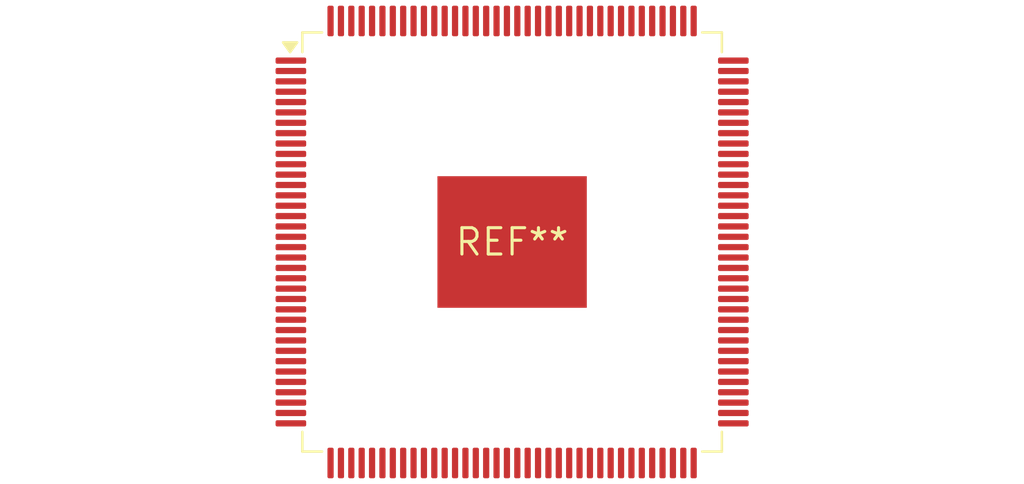
<source format=kicad_pcb>
(kicad_pcb (version 20240108) (generator pcbnew)
  (layers (0 "F.Cu" signal) (31 "B.Cu" signal) (34 "B.Paste" user) (35 "F.Paste" user) (36 "B.SilkS" user "B.Silkscreen") (37 "F.SilkS" user "F.Silkscreen") (38 "B.Mask" user) (39 "F.Mask" user) (44 "Edge.Cuts" user))
  (net 0 "")
  (footprint "EQFP-144-1EP_20x20mm_P0.5mm_EP7.2x6.35mm" (layer "F.Cu") (at 0 0)
    (property "Reference" "REF**")
    (property "Value" "EQFP-144-1EP_20x20mm_P0.5mm_EP7.2x6.35mm")
    (fp_line (start -10.11 -10.11) (end -10.11 -9.16) (layer "F.SilkS") (stroke (width 0.12)))
    (fp_line (start -10.11 10.11) (end -10.11 9.16) (layer "F.SilkS") (stroke (width 0.12)))
    (fp_line (start -9.16 -10.11) (end -10.11 -10.11) (layer "F.SilkS") (stroke (width 0.12)))
    (fp_line (start -9.16 10.11) (end -10.11 10.11) (layer "F.SilkS") (stroke (width 0.12)))
    (fp_line (start 9.16 -10.11) (end 10.11 -10.11) (layer "F.SilkS") (stroke (width 0.12)))
    (fp_line (start 9.16 10.11) (end 10.11 10.11) (layer "F.SilkS") (stroke (width 0.12)))
    (fp_line (start 10.11 -10.11) (end 10.11 -9.16) (layer "F.SilkS") (stroke (width 0.12)))
    (fp_line (start 10.11 10.11) (end 10.11 9.16) (layer "F.SilkS") (stroke (width 0.12)))
    (fp_poly (pts (xy -10.7 -9.16) (xy -11.04 -9.63) (xy -10.36 -9.63) (xy -10.7 -9.16)) (layer "F.SilkS") (stroke (width 0.12)) (fill solid))
    (pad "1" smd roundrect (at -10.6625 -8.75) (size 1.475 0.3) (layers "F.Cu" "F.Paste" "F.Mask"))
    (pad "2" smd roundrect (at -10.6625 -8.25) (size 1.475 0.3) (layers "F.Cu" "F.Paste" "F.Mask"))
    (pad "3" smd roundrect (at -10.6625 -7.75) (size 1.475 0.3) (layers "F.Cu" "F.Paste" "F.Mask"))
    (pad "4" smd roundrect (at -10.6625 -7.25) (size 1.475 0.3) (layers "F.Cu" "F.Paste" "F.Mask"))
    (pad "5" smd roundrect (at -10.6625 -6.75) (size 1.475 0.3) (layers "F.Cu" "F.Paste" "F.Mask"))
    (pad "6" smd roundrect (at -10.6625 -6.25) (size 1.475 0.3) (layers "F.Cu" "F.Paste" "F.Mask"))
    (pad "7" smd roundrect (at -10.6625 -5.75) (size 1.475 0.3) (layers "F.Cu" "F.Paste" "F.Mask"))
    (pad "8" smd roundrect (at -10.6625 -5.25) (size 1.475 0.3) (layers "F.Cu" "F.Paste" "F.Mask"))
    (pad "9" smd roundrect (at -10.6625 -4.75) (size 1.475 0.3) (layers "F.Cu" "F.Paste" "F.Mask"))
    (pad "10" smd roundrect (at -10.6625 -4.25) (size 1.475 0.3) (layers "F.Cu" "F.Paste" "F.Mask"))
    (pad "11" smd roundrect (at -10.6625 -3.75) (size 1.475 0.3) (layers "F.Cu" "F.Paste" "F.Mask"))
    (pad "12" smd roundrect (at -10.6625 -3.25) (size 1.475 0.3) (layers "F.Cu" "F.Paste" "F.Mask"))
    (pad "13" smd roundrect (at -10.6625 -2.75) (size 1.475 0.3) (layers "F.Cu" "F.Paste" "F.Mask"))
    (pad "14" smd roundrect (at -10.6625 -2.25) (size 1.475 0.3) (layers "F.Cu" "F.Paste" "F.Mask"))
    (pad "15" smd roundrect (at -10.6625 -1.75) (size 1.475 0.3) (layers "F.Cu" "F.Paste" "F.Mask"))
    (pad "16" smd roundrect (at -10.6625 -1.25) (size 1.475 0.3) (layers "F.Cu" "F.Paste" "F.Mask"))
    (pad "17" smd roundrect (at -10.6625 -0.75) (size 1.475 0.3) (layers "F.Cu" "F.Paste" "F.Mask"))
    (pad "18" smd roundrect (at -10.6625 -0.25) (size 1.475 0.3) (layers "F.Cu" "F.Paste" "F.Mask"))
    (pad "19" smd roundrect (at -10.6625 0.25) (size 1.475 0.3) (layers "F.Cu" "F.Paste" "F.Mask"))
    (pad "20" smd roundrect (at -10.6625 0.75) (size 1.475 0.3) (layers "F.Cu" "F.Paste" "F.Mask"))
    (pad "21" smd roundrect (at -10.6625 1.25) (size 1.475 0.3) (layers "F.Cu" "F.Paste" "F.Mask"))
    (pad "22" smd roundrect (at -10.6625 1.75) (size 1.475 0.3) (layers "F.Cu" "F.Paste" "F.Mask"))
    (pad "23" smd roundrect (at -10.6625 2.25) (size 1.475 0.3) (layers "F.Cu" "F.Paste" "F.Mask"))
    (pad "24" smd roundrect (at -10.6625 2.75) (size 1.475 0.3) (layers "F.Cu" "F.Paste" "F.Mask"))
    (pad "25" smd roundrect (at -10.6625 3.25) (size 1.475 0.3) (layers "F.Cu" "F.Paste" "F.Mask"))
    (pad "26" smd roundrect (at -10.6625 3.75) (size 1.475 0.3) (layers "F.Cu" "F.Paste" "F.Mask"))
    (pad "27" smd roundrect (at -10.6625 4.25) (size 1.475 0.3) (layers "F.Cu" "F.Paste" "F.Mask"))
    (pad "28" smd roundrect (at -10.6625 4.75) (size 1.475 0.3) (layers "F.Cu" "F.Paste" "F.Mask"))
    (pad "29" smd roundrect (at -10.6625 5.25) (size 1.475 0.3) (layers "F.Cu" "F.Paste" "F.Mask"))
    (pad "30" smd roundrect (at -10.6625 5.75) (size 1.475 0.3) (layers "F.Cu" "F.Paste" "F.Mask"))
    (pad "31" smd roundrect (at -10.6625 6.25) (size 1.475 0.3) (layers "F.Cu" "F.Paste" "F.Mask"))
    (pad "32" smd roundrect (at -10.6625 6.75) (size 1.475 0.3) (layers "F.Cu" "F.Paste" "F.Mask"))
    (pad "33" smd roundrect (at -10.6625 7.25) (size 1.475 0.3) (layers "F.Cu" "F.Paste" "F.Mask"))
    (pad "34" smd roundrect (at -10.6625 7.75) (size 1.475 0.3) (layers "F.Cu" "F.Paste" "F.Mask"))
    (pad "35" smd roundrect (at -10.6625 8.25) (size 1.475 0.3) (layers "F.Cu" "F.Paste" "F.Mask"))
    (pad "36" smd roundrect (at -10.6625 8.75) (size 1.475 0.3) (layers "F.Cu" "F.Paste" "F.Mask"))
    (pad "37" smd roundrect (at -8.75 10.6625) (size 0.3 1.475) (layers "F.Cu" "F.Paste" "F.Mask"))
    (pad "38" smd roundrect (at -8.25 10.6625) (size 0.3 1.475) (layers "F.Cu" "F.Paste" "F.Mask"))
    (pad "39" smd roundrect (at -7.75 10.6625) (size 0.3 1.475) (layers "F.Cu" "F.Paste" "F.Mask"))
    (pad "40" smd roundrect (at -7.25 10.6625) (size 0.3 1.475) (layers "F.Cu" "F.Paste" "F.Mask"))
    (pad "41" smd roundrect (at -6.75 10.6625) (size 0.3 1.475) (layers "F.Cu" "F.Paste" "F.Mask"))
    (pad "42" smd roundrect (at -6.25 10.6625) (size 0.3 1.475) (layers "F.Cu" "F.Paste" "F.Mask"))
    (pad "43" smd roundrect (at -5.75 10.6625) (size 0.3 1.475) (layers "F.Cu" "F.Paste" "F.Mask"))
    (pad "44" smd roundrect (at -5.25 10.6625) (size 0.3 1.475) (layers "F.Cu" "F.Paste" "F.Mask"))
    (pad "45" smd roundrect (at -4.75 10.6625) (size 0.3 1.475) (layers "F.Cu" "F.Paste" "F.Mask"))
    (pad "46" smd roundrect (at -4.25 10.6625) (size 0.3 1.475) (layers "F.Cu" "F.Paste" "F.Mask"))
    (pad "47" smd roundrect (at -3.75 10.6625) (size 0.3 1.475) (layers "F.Cu" "F.Paste" "F.Mask"))
    (pad "48" smd roundrect (at -3.25 10.6625) (size 0.3 1.475) (layers "F.Cu" "F.Paste" "F.Mask"))
    (pad "49" smd roundrect (at -2.75 10.6625) (size 0.3 1.475) (layers "F.Cu" "F.Paste" "F.Mask"))
    (pad "50" smd roundrect (at -2.25 10.6625) (size 0.3 1.475) (layers "F.Cu" "F.Paste" "F.Mask"))
    (pad "51" smd roundrect (at -1.75 10.6625) (size 0.3 1.475) (layers "F.Cu" "F.Paste" "F.Mask"))
    (pad "52" smd roundrect (at -1.25 10.6625) (size 0.3 1.475) (layers "F.Cu" "F.Paste" "F.Mask"))
    (pad "53" smd roundrect (at -0.75 10.6625) (size 0.3 1.475) (layers "F.Cu" "F.Paste" "F.Mask"))
    (pad "54" smd roundrect (at -0.25 10.6625) (size 0.3 1.475) (layers "F.Cu" "F.Paste" "F.Mask"))
    (pad "55" smd roundrect (at 0.25 10.6625) (size 0.3 1.475) (layers "F.Cu" "F.Paste" "F.Mask"))
    (pad "56" smd roundrect (at 0.75 10.6625) (size 0.3 1.475) (layers "F.Cu" "F.Paste" "F.Mask"))
    (pad "57" smd roundrect (at 1.25 10.6625) (size 0.3 1.475) (layers "F.Cu" "F.Paste" "F.Mask"))
    (pad "58" smd roundrect (at 1.75 10.6625) (size 0.3 1.475) (layers "F.Cu" "F.Paste" "F.Mask"))
    (pad "59" smd roundrect (at 2.25 10.6625) (size 0.3 1.475) (layers "F.Cu" "F.Paste" "F.Mask"))
    (pad "60" smd roundrect (at 2.75 10.6625) (size 0.3 1.475) (layers "F.Cu" "F.Paste" "F.Mask"))
    (pad "61" smd roundrect (at 3.25 10.6625) (size 0.3 1.475) (layers "F.Cu" "F.Paste" "F.Mask"))
    (pad "62" smd roundrect (at 3.75 10.6625) (size 0.3 1.475) (layers "F.Cu" "F.Paste" "F.Mask"))
    (pad "63" smd roundrect (at 4.25 10.6625) (size 0.3 1.475) (layers "F.Cu" "F.Paste" "F.Mask"))
    (pad "64" smd roundrect (at 4.75 10.6625) (size 0.3 1.475) (layers "F.Cu" "F.Paste" "F.Mask"))
    (pad "65" smd roundrect (at 5.25 10.6625) (size 0.3 1.475) (layers "F.Cu" "F.Paste" "F.Mask"))
    (pad "66" smd roundrect (at 5.75 10.6625) (size 0.3 1.475) (layers "F.Cu" "F.Paste" "F.Mask"))
    (pad "67" smd roundrect (at 6.25 10.6625) (size 0.3 1.475) (layers "F.Cu" "F.Paste" "F.Mask"))
    (pad "68" smd roundrect (at 6.75 10.6625) (size 0.3 1.475) (layers "F.Cu" "F.Paste" "F.Mask"))
    (pad "69" smd roundrect (at 7.25 10.6625) (size 0.3 1.475) (layers "F.Cu" "F.Paste" "F.Mask"))
    (pad "70" smd roundrect (at 7.75 10.6625) (size 0.3 1.475) (layers "F.Cu" "F.Paste" "F.Mask"))
    (pad "71" smd roundrect (at 8.25 10.6625) (size 0.3 1.475) (layers "F.Cu" "F.Paste" "F.Mask"))
    (pad "72" smd roundrect (at 8.75 10.6625) (size 0.3 1.475) (layers "F.Cu" "F.Paste" "F.Mask"))
    (pad "73" smd roundrect (at 10.6625 8.75) (size 1.475 0.3) (layers "F.Cu" "F.Paste" "F.Mask"))
    (pad "74" smd roundrect (at 10.6625 8.25) (size 1.475 0.3) (layers "F.Cu" "F.Paste" "F.Mask"))
    (pad "75" smd roundrect (at 10.6625 7.75) (size 1.475 0.3) (layers "F.Cu" "F.Paste" "F.Mask"))
    (pad "76" smd roundrect (at 10.6625 7.25) (size 1.475 0.3) (layers "F.Cu" "F.Paste" "F.Mask"))
    (pad "77" smd roundrect (at 10.6625 6.75) (size 1.475 0.3) (layers "F.Cu" "F.Paste" "F.Mask"))
    (pad "78" smd roundrect (at 10.6625 6.25) (size 1.475 0.3) (layers "F.Cu" "F.Paste" "F.Mask"))
    (pad "79" smd roundrect (at 10.6625 5.75) (size 1.475 0.3) (layers "F.Cu" "F.Paste" "F.Mask"))
    (pad "80" smd roundrect (at 10.6625 5.25) (size 1.475 0.3) (layers "F.Cu" "F.Paste" "F.Mask"))
    (pad "81" smd roundrect (at 10.6625 4.75) (size 1.475 0.3) (layers "F.Cu" "F.Paste" "F.Mask"))
    (pad "82" smd roundrect (at 10.6625 4.25) (size 1.475 0.3) (layers "F.Cu" "F.Paste" "F.Mask"))
    (pad "83" smd roundrect (at 10.6625 3.75) (size 1.475 0.3) (layers "F.Cu" "F.Paste" "F.Mask"))
    (pad "84" smd roundrect (at 10.6625 3.25) (size 1.475 0.3) (layers "F.Cu" "F.Paste" "F.Mask"))
    (pad "85" smd roundrect (at 10.6625 2.75) (size 1.475 0.3) (layers "F.Cu" "F.Paste" "F.Mask"))
    (pad "86" smd roundrect (at 10.6625 2.25) (size 1.475 0.3) (layers "F.Cu" "F.Paste" "F.Mask"))
    (pad "87" smd roundrect (at 10.6625 1.75) (size 1.475 0.3) (layers "F.Cu" "F.Paste" "F.Mask"))
    (pad "88" smd roundrect (at 10.6625 1.25) (size 1.475 0.3) (layers "F.Cu" "F.Paste" "F.Mask"))
    (pad "89" smd roundrect (at 10.6625 0.75) (size 1.475 0.3) (layers "F.Cu" "F.Paste" "F.Mask"))
    (pad "90" smd roundrect (at 10.6625 0.25) (size 1.475 0.3) (layers "F.Cu" "F.Paste" "F.Mask"))
    (pad "91" smd roundrect (at 10.6625 -0.25) (size 1.475 0.3) (layers "F.Cu" "F.Paste" "F.Mask"))
    (pad "92" smd roundrect (at 10.6625 -0.75) (size 1.475 0.3) (layers "F.Cu" "F.Paste" "F.Mask"))
    (pad "93" smd roundrect (at 10.6625 -1.25) (size 1.475 0.3) (layers "F.Cu" "F.Paste" "F.Mask"))
    (pad "94" smd roundrect (at 10.6625 -1.75) (size 1.475 0.3) (layers "F.Cu" "F.Paste" "F.Mask"))
    (pad "95" smd roundrect (at 10.6625 -2.25) (size 1.475 0.3) (layers "F.Cu" "F.Paste" "F.Mask"))
    (pad "96" smd roundrect (at 10.6625 -2.75) (size 1.475 0.3) (layers "F.Cu" "F.Paste" "F.Mask"))
    (pad "97" smd roundrect (at 10.6625 -3.25) (size 1.475 0.3) (layers "F.Cu" "F.Paste" "F.Mask"))
    (pad "98" smd roundrect (at 10.6625 -3.75) (size 1.475 0.3) (layers "F.Cu" "F.Paste" "F.Mask"))
    (pad "99" smd roundrect (at 10.6625 -4.25) (size 1.475 0.3) (layers "F.Cu" "F.Paste" "F.Mask"))
    (pad "100" smd roundrect (at 10.6625 -4.75) (size 1.475 0.3) (layers "F.Cu" "F.Paste" "F.Mask"))
    (pad "101" smd roundrect (at 10.6625 -5.25) (size 1.475 0.3) (layers "F.Cu" "F.Paste" "F.Mask"))
    (pad "102" smd roundrect (at 10.6625 -5.75) (size 1.475 0.3) (layers "F.Cu" "F.Paste" "F.Mask"))
    (pad "103" smd roundrect (at 10.6625 -6.25) (size 1.475 0.3) (layers "F.Cu" "F.Paste" "F.Mask"))
    (pad "104" smd roundrect (at 10.6625 -6.75) (size 1.475 0.3) (layers "F.Cu" "F.Paste" "F.Mask"))
    (pad "105" smd roundrect (at 10.6625 -7.25) (size 1.475 0.3) (layers "F.Cu" "F.Paste" "F.Mask"))
    (pad "106" smd roundrect (at 10.6625 -7.75) (size 1.475 0.3) (layers "F.Cu" "F.Paste" "F.Mask"))
    (pad "107" smd roundrect (at 10.6625 -8.25) (size 1.475 0.3) (layers "F.Cu" "F.Paste" "F.Mask"))
    (pad "108" smd roundrect (at 10.6625 -8.75) (size 1.475 0.3) (layers "F.Cu" "F.Paste" "F.Mask"))
    (pad "109" smd roundrect (at 8.75 -10.6625) (size 0.3 1.475) (layers "F.Cu" "F.Paste" "F.Mask"))
    (pad "110" smd roundrect (at 8.25 -10.6625) (size 0.3 1.475) (layers "F.Cu" "F.Paste" "F.Mask"))
    (pad "111" smd roundrect (at 7.75 -10.6625) (size 0.3 1.475) (layers "F.Cu" "F.Paste" "F.Mask"))
    (pad "112" smd roundrect (at 7.25 -10.6625) (size 0.3 1.475) (layers "F.Cu" "F.Paste" "F.Mask"))
    (pad "113" smd roundrect (at 6.75 -10.6625) (size 0.3 1.475) (layers "F.Cu" "F.Paste" "F.Mask"))
    (pad "114" smd roundrect (at 6.25 -10.6625) (size 0.3 1.475) (layers "F.Cu" "F.Paste" "F.Mask"))
    (pad "115" smd roundrect (at 5.75 -10.6625) (size 0.3 1.475) (layers "F.Cu" "F.Paste" "F.Mask"))
    (pad "116" smd roundrect (at 5.25 -10.6625) (size 0.3 1.475) (layers "F.Cu" "F.Paste" "F.Mask"))
    (pad "117" smd roundrect (at 4.75 -10.6625) (size 0.3 1.475) (layers "F.Cu" "F.Paste" "F.Mask"))
    (pad "118" smd roundrect (at 4.25 -10.6625) (size 0.3 1.475) (layers "F.Cu" "F.Paste" "F.Mask"))
    (pad "119" smd roundrect (at 3.75 -10.6625) (size 0.3 1.475) (layers "F.Cu" "F.Paste" "F.Mask"))
    (pad "120" smd roundrect (at 3.25 -10.6625) (size 0.3 1.475) (layers "F.Cu" "F.Paste" "F.Mask"))
    (pad "121" smd roundrect (at 2.75 -10.6625) (size 0.3 1.475) (layers "F.Cu" "F.Paste" "F.Mask"))
    (pad "122" smd roundrect (at 2.25 -10.6625) (size 0.3 1.475) (layers "F.Cu" "F.Paste" "F.Mask"))
    (pad "123" smd roundrect (at 1.75 -10.6625) (size 0.3 1.475) (layers "F.Cu" "F.Paste" "F.Mask"))
    (pad "124" smd roundrect (at 1.25 -10.6625) (size 0.3 1.475) (layers "F.Cu" "F.Paste" "F.Mask"))
    (pad "125" smd roundrect (at 0.75 -10.6625) (size 0.3 1.475) (layers "F.Cu" "F.Paste" "F.Mask"))
    (pad "126" smd roundrect (at 0.25 -10.6625) (size 0.3 1.475) (layers "F.Cu" "F.Paste" "F.Mask"))
    (pad "127" smd roundrect (at -0.25 -10.6625) (size 0.3 1.475) (layers "F.Cu" "F.Paste" "F.Mask"))
    (pad "128" smd roundrect (at -0.75 -10.6625) (size 0.3 1.475) (layers "F.Cu" "F.Paste" "F.Mask"))
    (pad "129" smd roundrect (at -1.25 -10.6625) (size 0.3 1.475) (layers "F.Cu" "F.Paste" "F.Mask"))
    (pad "130" smd roundrect (at -1.75 -10.6625) (size 0.3 1.475) (layers "F.Cu" "F.Paste" "F.Mask"))
    (pad "131" smd roundrect (at -2.25 -10.6625) (size 0.3 1.475) (layers "F.Cu" "F.Paste" "F.Mask"))
    (pad "132" smd roundrect (at -2.75 -10.6625) (size 0.3 1.475) (layers "F.Cu" "F.Paste" "F.Mask"))
    (pad "133" smd roundrect (at -3.25 -10.6625) (size 0.3 1.475) (layers "F.Cu" "F.Paste" "F.Mask"))
    (pad "134" smd roundrect (at -3.75 -10.6625) (size 0.3 1.475) (layers "F.Cu" "F.Paste" "F.Mask"))
    (pad "135" smd roundrect (at -4.25 -10.6625) (size 0.3 1.475) (layers "F.Cu" "F.Paste" "F.Mask"))
    (pad "136" smd roundrect (at -4.75 -10.6625) (size 0.3 1.475) (layers "F.Cu" "F.Paste" "F.Mask"))
    (pad "137" smd roundrect (at -5.25 -10.6625) (size 0.3 1.475) (layers "F.Cu" "F.Paste" "F.Mask"))
    (pad "138" smd roundrect (at -5.75 -10.6625) (size 0.3 1.475) (layers "F.Cu" "F.Paste" "F.Mask"))
    (pad "139" smd roundrect (at -6.25 -10.6625) (size 0.3 1.475) (layers "F.Cu" "F.Paste" "F.Mask"))
    (pad "140" smd roundrect (at -6.75 -10.6625) (size 0.3 1.475) (layers "F.Cu" "F.Paste" "F.Mask"))
    (pad "141" smd roundrect (at -7.25 -10.6625) (size 0.3 1.475) (layers "F.Cu" "F.Paste" "F.Mask"))
    (pad "142" smd roundrect (at -7.75 -10.6625) (size 0.3 1.475) (layers "F.Cu" "F.Paste" "F.Mask"))
    (pad "143" smd roundrect (at -8.25 -10.6625) (size 0.3 1.475) (layers "F.Cu" "F.Paste" "F.Mask"))
    (pad "144" smd roundrect (at -8.75 -10.6625) (size 0.3 1.475) (layers "F.Cu" "F.Paste" "F.Mask"))
    (pad "145" smd rect (at 0 0) (size 7.2 6.35) (property pad_prop_heatsink) (layers "F.Cu" "F.Mask"))
  )
)
</source>
